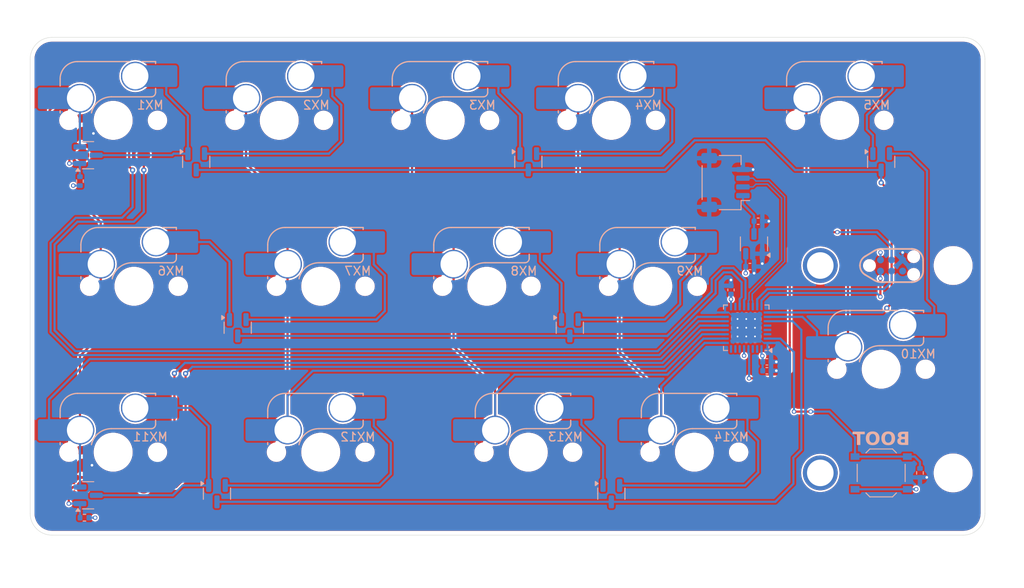
<source format=kicad_pcb>
(kicad_pcb (version 20240108) (generator "pcbnew") (generator_version "8.0")
  (layers (0 "F.Cu" signal) (1 "In1.Cu" signal) (2 "In2.Cu" signal) (31 "B.Cu" signal) (34 "B.Paste" user) (35 "F.Paste" user) (36 "B.SilkS" user "B.Silkscreen") (37 "F.SilkS" user "F.Silkscreen") (38 "B.Mask" user) (39 "F.Mask" user) (44 "Edge.Cuts" user))
  (net 0 "")
  (net 1 "Net-(D202-K-Pad2)")
  (net 2 "Net-(D202-K-Pad1)")
  (net 3 "Net-(D203-K-Pad2)")
  (net 4 "Net-(D203-K-Pad1)")
  (net 5 "Net-(D205-K-Pad1)")
  (net 6 "Net-(D205-K-Pad2)")
  (net 7 "Net-(D206-K-Pad1)")
  (net 8 "Net-(D206-K-Pad2)")
  (net 9 "Net-(D207-K-Pad2)")
  (net 10 "Net-(D207-K-Pad1)")
  (net 17 "/ROW0")
  (net 21 "GND")
  (net 22 "+3.3V")
  (net 23 "Net-(Q201-D)")
  (net 24 "Net-(Q202-D)")
  (net 25 "/SWDIO")
  (net 26 "/SWCLK")
  (net 27 "/~{RST}")
  (net 29 "Net-(Q201-G)")
  (net 30 "Net-(Q202-G)")
  (net 31 "/DP")
  (net 32 "VBUS")
  (net 33 "/ROW2")
  (net 34 "/DN")
  (net 35 "Net-(D201-K-Pad2)")
  (net 36 "Net-(D204-K-Pad2)")
  (net 37 "/COL4")
  (net 38 "/ROW1")
  (net 39 "/ENC1A")
  (net 40 "/ENC1B")
  (net 41 "/COL0")
  (net 42 "/ENC2B")
  (net 43 "/ENC2A")
  (net 44 "/COL1")
  (net 45 "/COL2")
  (net 46 "/COL3")
  (net 47 "Net-(U102-PH3)")
  (footprint "PCM_marbastlib-various:ROT_SKYLOONG_HS-Switch" (layer "F.Cu") (at 65.484375 73.81875)
    (property "Reference" "SW201" (hide yes))
    (property "Value" "ROT_SKYLOONG_HS")
  )
  (footprint "PCM_marbastlib-mx:STAB_MX_P_ISO" (layer "F.Cu") (at 153.590625 102.39375)
    (property "Reference" "STAB10" (hide yes))
    (property "Value" "Stab_None")
  )
  (footprint "PCM_marbastlib-various:ROT_SKYLOONG_HS-Switch" (layer "F.Cu") (at 65.484375 111.91875)
    (property "Reference" "SW202" (hide yes))
    (property "Value" "ROT_SKYLOONG_HS")
  )
  (footprint "Resistor_SMD:R_0402_1005Metric" (layer "B.Cu") (at 158.04 114.3 90)
    (property "Reference" "R101" (hide yes))
    (property "Value" "100k")
  )
  (footprint "PCM_marbastlib-mx:SW_MX_HS_CPG151101S11_1.5u" (layer "B.Cu") (at 89.296875 111.91875 180)
    (property "Reference" "MX12")
    (property "Value" "Key_None")
  )
  (footprint "PCM_marbastlib-mx:SW_MX_HS_CPG151101S11_1u" (layer "B.Cu") (at 65.484375 111.91875 180)
    (property "Reference" "MX11")
    (property "Value" "Key_None")
  )
  (footprint "Resistor_SMD:R_0402_1005Metric" (layer "B.Cu") (at 62.19 119.44)
    (property "Reference" "R202" (hide yes))
    (property "Value" "100k")
  )
  (footprint "Connector_JST:JST_SH_SM04B-SRSS-TB_1x04-1MP_P1.00mm_Horizontal" (layer "B.Cu") (at 135.73125 80.9625 90)
    (property "Reference" "J101" (hide yes))
    (property "Value" "Conn_01x04_MountingPin")
  )
  (footprint "PCM_marbastlib-mx:SW_MX_HS_CPG151101S11_1u" (layer "B.Cu") (at 103.584375 73.81875 180)
    (property "Reference" "MX3")
    (property "Value" "Key_None")
  )
  (footprint "Package_TO_SOT_SMD:SOT-23" (layer "B.Cu") (at 75.009375 78.58125 -90)
    (property "Reference" "D201" (hide yes))
    (property "Value" "D_Dual")
  )
  (footprint "Capacitor_SMD:C_0402_1005Metric" (layer "B.Cu") (at 139.48 85.4)
    (property "Reference" "C104" (hide yes))
    (property "Value" "1uF")
  )
  (footprint "PCM_marbastlib-mx:SW_MX_HS_CPG151101S11_1u" (layer "B.Cu") (at 153.590625 102.39375 180)
    (property "Reference" "MX10")
    (property "Value" "Key_None")
  )
  (footprint "PCM_marbastlib-mx:SW_MX_HS_CPG151101S11_1u" (layer "B.Cu") (at 113.109375 111.91875 180)
    (property "Reference" "MX13")
    (property "Value" "Key_None")
  )
  (footprint "Button_Switch_SMD:SW_Push_1P1T_XKB_TS-1187A" (layer "B.Cu") (at 153.590625 114.3 180)
    (property "Reference" "SW101" (hide yes))
    (property "Value" "SW_Push")
  )
  (footprint "Package_TO_SOT_SMD:SOT-23" (layer "B.Cu") (at 117.871875 97.63125 -90)
    (property "Reference" "D206" (hide yes))
    (property "Value" "D_Dual")
  )
  (footprint "Package_DFN_QFN:QFN-32-1EP_5x5mm_P0.5mm_EP3.45x3.45mm_ThermalVias" (layer "B.Cu") (at 138.1125 97.63125 90)
    (property "Reference" "U102" (hide yes))
    (property "Value" "STM32L432KBUx")
  )
  (footprint "PCM_marbastlib-mx:SW_MX_HS_CPG151101S11_1u" (layer "B.Cu") (at 89.296875 92.86875 180)
    (property "Reference" "MX7")
    (property "Value" "Key_None")
  )
  (footprint "Package_TO_SOT_SMD:SOT-23" (layer "B.Cu") (at 153.590625 78.58125 -90)
    (property "Reference" "D207" (hide yes))
    (property "Value" "D_Dual")
  )
  (footprint "Package_TO_SOT_SMD:SOT-23" (layer "B.Cu") (at 62.6075 116.87)
    (property "Reference" "Q202" (hide yes))
    (property "Value" "PMOS")
  )
  (footprint "Capacitor_SMD:C_0402_1005Metric" (layer "B.Cu") (at 140.48 102.566875)
    (property "Reference" "C102" (hide yes))
    (property "Value" "100nF")
  )
  (footprint "PCM_marbastlib-mx:SW_MX_HS_CPG151101S11_1u" (layer "B.Cu") (at 127.396875 92.86875 180)
    (property "Reference" "MX9")
    (property "Value" "Key_None")
  )
  (footprint "Package_TO_SOT_SMD:SOT-23" (layer "B.Cu") (at 113.109375 78.58125 -90)
    (property "Reference" "D202" (hide yes))
    (property "Value" "D_Dual")
  )
  (footprint "Package_TO_SOT_SMD:SOT-23-3" (layer "B.Cu") (at 139 88 90)
    (property "Reference" "U103" (hide yes))
    (property "Value" "XC6206PxxxMR")
  )
  (footprint "Capacitor_SMD:C_0402_1005Metric" (layer "B.Cu") (at 136.36 93.29 90)
    (property "Reference" "C103" (hide yes))
    (property "Value" "100nF")
  )
  (footprint "Package_TO_SOT_SMD:SOT-23" (layer "B.Cu") (at 77.390625 116.68125 -90)
    (property "Reference" "D204" (hide yes))
    (property "Value" "D_Dual")
  )
  (footprint "PCM_marbastlib-mx:SW_MX_HS_CPG151101S11_1u" (layer "B.Cu") (at 65.484375 73.81875 180)
    (property "Reference" "MX1")
    (property "Value" "Key_None")
  )
  (footprint "PCM_marbastlib-mx:SW_MX_HS_CPG151101S11_1u" (layer "B.Cu") (at 122.634375 73.81875 180)
    (property "Reference" "MX4")
    (property "Value" "Key_None")
  )
  (footprint "PCM_marbastlib-mx:SW_MX_HS_CPG151101S11_1u" (layer "B.Cu") (at 108.346875 92.86875 180)
    (property "Reference" "MX8")
    (property "Value" "Key_None")
  )
  (footprint "Capacitor_SMD:C_0402_1005Metric" (layer "B.Cu") (at 138.53 90.6)
    (property "Reference" "C105" (hide yes))
    (property "Value" "1uF")
  )
  (footprint "PCM_marbastlib-various:CON_TC2030_outlined" (layer "B.Cu") (at 154.78125 90.4875)
    (property "Reference" "J102" (hide yes))
    (property "Value" "TC2030_SWD" (hide yes))
  )
  (footprint "Resistor_SMD:R_0402_1005Metric" (layer "B.Cu") (at 61.67 80.8 -90)
    (property "Reference" "R201" (hide yes))
    (property "Value" "100k")
  )
  (footprint "PCM_marbastlib-mx:SW_MX_HS_CPG151101S11_1.25u" (layer "B.Cu") (at 67.865625 92.86875 180)
    (property "Reference" "MX6")
    (property "Value" "Key_None")
  )
  (footprint "PCM_marbastlib-mx:SW_MX_HS_CPG151101S11_1.75u" (layer "B.Cu") (at 148.828125 73.81875 180)
    (property "Reference" "MX5")
    (property "Value" "Key_None")
  )
  (footprint "PCM_marbastlib-mx:SW_MX_HS_CPG151101S11_1u" (layer "B.Cu") (at 132.159375 111.91875 180)
    (property "Reference" "MX14")
    (property "Value" "Key_None")
  )
  (footprint "Capacitor_SMD:C_0402_1005Metric" (layer "B.Cu") (at 140.48 101.546875)
    (property "Reference" "C101" (hide yes))
    (property "Value" "4.7uF")
  )
  (footprint "Package_TO_SOT_SMD:SOT-23" (layer "B.Cu") (at 79.771875 97.63125 -90)
    (property "Reference" "D203" (hide yes))
    (property "Value" "D_Dual")
  )
  (footprint "Package_TO_SOT_SMD:SOT-23" (layer "B.Cu") (at 62.6 77.82)
    (property "Reference" "Q201" (hide yes))
    (property "Value" "PMOS")
  )
  (footprint "Package_TO_SOT_SMD:SOT-23" (layer "B.Cu") (at 122.634375 116.68125 -90)
    (property "Reference" "D205" (hide yes))
    (property "Value" "D_Dual")
  )
  (footprint "PCM_marbastlib-mx:SW_MX_HS_CPG151101S11_1u" (layer "B.Cu") (at 84.534375 73.81875 180)
    (property "Reference" "MX2")
    (property "Value" "Key_None")
  )
  (gr_line (start 55.959375 118.94375) (end 55.959375 66.79375) (stroke (width 0.05)) (layer "Edge.Cuts"))
  (gr_arc (start 165.496875 118.94375) (mid 164.764658 120.71154) (end 162.996875 121.44375) (stroke (width 0.05)) (layer "Edge.Cuts"))
  (gr_line (start 165.496875 66.79375) (end 165.496875 118.94375) (stroke (width 0.05)) (layer "Edge.Cuts"))
  (gr_line (start 58.459375 64.29375) (end 162.996875 64.29375) (stroke (width 0.05)) (layer "Edge.Cuts"))
  (gr_line (start 162.996875 121.44375) (end 58.459375 121.44375) (stroke (width 0.05)) (layer "Edge.Cuts"))
  (gr_arc (start 58.459375 121.44375) (mid 56.691608 120.711517) (end 55.959375 118.94375) (stroke (width 0.05)) (layer "Edge.Cuts"))
  (gr_arc (start 55.959375 66.79375) (mid 56.691589 65.025942) (end 58.459375 64.29375) (stroke (width 0.05)) (layer "Edge.Cuts"))
  (gr_arc (start 162.996875 64.29375) (mid 164.764642 65.025983) (end 165.496875 66.79375) (stroke (width 0.05)) (layer "Edge.Cuts"))
  (gr_text "BOOT" (at 153.59 110.47 0) (layer "B.SilkS") (effects (font (size 1.5 1.5) (thickness 0.3) (bold yes)) (justify mirror)))
  (segment (start 129.62 72.52) (end 128.724375 71.624375) (width 0.25) (layer "B.Cu") (net 1))
  (segment (start 114.059375 77.64375) (end 128.24625 77.64375) (width 0.25) (layer "B.Cu") (net 1))
  (segment (start 128.724375 71.624375) (end 128.724375 68.73875) (width 0.25) (layer "B.Cu") (net 1))
  (segment (start 129.62 76.27) (end 129.62 72.52) (width 0.25) (layer "B.Cu") (net 1))
  (segment (start 128.24625 77.64375) (end 129.62 76.27) (width 0.25) (layer "B.Cu") (net 1))
  (segment (start 112.159375 73.189375) (end 112.159375 77.64375) (width 0.25) (layer "B.Cu") (net 2))
  (segment (start 109.674375 70.704375) (end 112.159375 73.189375) (width 0.25) (layer "B.Cu") (net 2))
  (segment (start 109.674375 68.73875) (end 109.674375 70.704375) (width 0.25) (layer "B.Cu") (net 2))
  (segment (start 95.66625 96.69375) (end 96.65 95.71) (width 0.25) (layer "B.Cu") (net 3))
  (segment (start 95.386875 90.366875) (end 95.386875 87.78875) (width 0.25) (layer "B.Cu") (net 3))
  (segment (start 96.65 91.63) (end 95.386875 90.366875) (width 0.25) (layer "B.Cu") (net 3))
  (segment (start 80.721875 96.69375) (end 95.66625 96.69375) (width 0.25) (layer "B.Cu") (net 3))
  (segment (start 96.65 95.71) (end 96.65 91.63) (width 0.25) (layer "B.Cu") (net 3))
  (segment (start 76.55875 87.78875) (end 78.821875 90.051875) (width 0.25) (layer "B.Cu") (net 4))
  (segment (start 73.955625 87.78875) (end 76.55875 87.78875) (width 0.25) (layer "B.Cu") (net 4))
  (segment (start 78.821875 90.051875) (end 78.821875 96.69375) (width 0.25) (layer "B.Cu") (net 4))
  (segment (start 121.684375 111.234375) (end 121.684375 115.74375) (width 0.25) (layer "B.Cu") (net 5))
  (segment (start 119.199375 108.749375) (end 121.684375 111.234375) (width 0.25) (layer "B.Cu") (net 5))
  (segment (start 119.199375 106.83875) (end 119.199375 108.749375) (width 0.25) (layer "B.Cu") (net 5))
  (segment (start 137.96625 115.74375) (end 139.48 114.23) (width 0.25) (layer "B.Cu") (net 6))
  (segment (start 138.249375 109.389375) (end 138.249375 106.83875) (width 0.25) (layer "B.Cu") (net 6))
  (segment (start 139.48 110.62) (end 138.249375 109.389375) (width 0.25) (layer "B.Cu") (net 6))
  (segment (start 139.48 114.23) (end 139.48 110.62) (width 0.25) (layer "B.Cu") (net 6))
  (segment (start 123.584375 115.74375) (end 137.96625 115.74375) (width 0.25) (layer "B.Cu") (net 6))
  (segment (start 114.436875 87.78875) (end 114.436875 90.036875) (width 0.25) (layer "B.Cu") (net 7))
  (segment (start 116.921875 92.521875) (end 116.921875 96.69375) (width 0.25) (layer "B.Cu") (net 7))
  (segment (start 114.436875 90.036875) (end 116.921875 92.521875) (width 0.25) (layer "B.Cu") (net 7))
  (segment (start 128.76625 96.69375) (end 130.53 94.93) (width 0.25) (layer "B.Cu") (net 8))
  (segment (start 133.486875 89.333125) (end 133.486875 87.78875) (width 0.25) (layer "B.Cu") (net 8))
  (segment (start 118.821875 96.69375) (end 128.76625 96.69375) (width 0.25) (layer "B.Cu") (net 8))
  (segment (start 130.53 92.29) (end 133.486875 89.333125) (width 0.25) (layer "B.Cu") (net 8))
  (segment (start 130.53 94.93) (end 130.53 92.29) (width 0.25) (layer "B.Cu") (net 8))
  (segment (start 158.85 79.61) (end 156.88375 77.64375) (width 0.25) (layer "B.Cu") (net 9))
  (segment (start 159.680625 97.31375) (end 159.680625 95.190625) (width 0.25) (layer "B.Cu") (net 9))
  (segment (start 156.88375 77.64375) (end 154.540625 77.64375) (width 0.25) (layer "B.Cu") (net 9))
  (segment (start 158.85 94.36) (end 158.85 79.61) (width 0.25) (layer "B.Cu") (net 9))
  (segment (start 159.680625 95.190625) (end 158.85 94.36) (width 0.25) (layer "B.Cu") (net 9))
  (segment (start 152.640625 75.550625) (end 152.640625 77.64375) (width 0.25) (layer "B.Cu") (net 10))
  (segment (start 151.95 74.86) (end 152.640625 75.550625) (width 0.25) (layer "B.Cu") (net 10))
  (segment (start 154.918125 70.241875) (end 151.95 73.21) (width 0.25) (layer "B.Cu") (net 10))
  (segment (start 154.918125 68.73875) (end 154.918125 70.241875) (width 0.25) (layer "B.Cu") (net 10))
  (segment (start 151.95 73.21) (end 151.95 74.86) (width 0.25) (layer "B.Cu") (net 10))
  (segment (start 154.24 95.38) (end 154.79 94.83) (width 0.25) (layer "F.Cu") (net 17))
  (segment (start 154.79 82.18) (end 153.59 80.98) (width 0.25) (layer "F.Cu") (net 17))
  (segment (start 154.79 94.83) (end 154.79 82.18) (width 0.25) (layer "F.Cu") (net 17))
  (via (at 154.24 95.38) (size 0.6) (drill 0.3) (layers "F.Cu" "B.Cu") (net 17))
  (via (at 153.59 80.98) (size 0.6) (drill 0.3) (layers "F.Cu" "B.Cu") (net 17))
  (segment (start 128.78125 79.51875) (end 113.109375 79.51875) (width 0.25) (layer "B.Cu") (net 17))
  (segment (start 140.55 95.88125) (end 153.73875 95.88125) (width 0.25) (layer "B.Cu") (net 17))
  (segment (start 132.19 76.11) (end 128.78125 79.51875) (width 0.25) (layer "B.Cu") (net 17))
  (segment (start 153.73875 95.88125) (end 154.24 95.38) (width 0.25) (layer "B.Cu") (net 17))
  (segment (start 113.109375 79.51875) (end 75.009375 79.51875) (width 0.25) (layer "B.Cu") (net 17))
  (segment (start 143.71875 79.51875) (end 140.31 76.11) (width 0.25) (layer "B.Cu") (net 17))
  (segment (start 153.590625 80.979375) (end 153.59 80.98) (width 0.25) (layer "B.Cu") (net 17))
  (segment (start 153.590625 79.51875) (end 143.71875 79.51875) (width 0.25) (layer "B.Cu") (net 17))
  (segment (start 153.590625 79.51875) (end 153.590625 80.979375) (width 0.25) (layer "B.Cu") (net 17))
  (segment (start 140.31 76.11) (end 132.19 76.11) (width 0.25) (layer "B.Cu") (net 17))
  (segment (start 61.984375 75.31875) (end 63.21875 75.31875) (width 0.25) (layer "F.Cu") (net 21))
  (segment (start 61.984375 113.41875) (end 63.04875 113.41875) (width 0.25) (layer "F.Cu") (net 21))
  (segment (start 63.21875 75.31875) (end 63.22 75.32) (width 0.25) (layer "F.Cu") (net 21))
  (segment (start 63.04875 113.41875) (end 63.05 113.42) (width 0.25) (layer "F.Cu") (net 21))
  (via (at 140.7 85.4) (size 0.5) (drill 0.3) (layers "F.Cu" "B.Cu") (net 21))
  (via (at 136.36 92.15) (size 0.5) (drill 0.3) (layers "F.Cu" "B.Cu") (net 21))
  (via (at 141.56 101.546875) (size 0.5) (drill 0.3) (layers "F.Cu" "B.Cu") (net 21))
  (via (at 158.82 114.81) (size 0.5) (drill 0.3) (layers "F.Cu" "B.Cu") (net 21))
  (via (at 156.05 88.99) (size 0.5) (drill 0.3) (layers "F.Cu" "B.Cu") (net 21))
  (via (at 141.56 102.566875) (size 0.5) (drill 0.3) (layers "F.Cu" "B.Cu") (net 21))
  (via (at 139.01 91.37) (size 0.5) (drill 0.3) (layers "F.Cu" "B.Cu") (net 21))
  (via (at 63.22 75.32) (size 0.5) (drill 0.3) (layers "F.Cu" "B.Cu") (net 21))
  (via (at 139.95 90.27) (size 0.5) (drill 0.3) (layers "F.Cu" "B.Cu") (net 21))
  (via (at 138.9 79.47) (size 0.5) (drill 0.3) (layers "F.Cu" "B.Cu") (net 21))
  (via (at 63.05 113.42) (size 0.5) (drill 0.3) (layers "F.Cu" "B.Cu") (net 21))
  (segment (start 139.95 89.1375) (end 139.95 90.27) (width 0.25) (layer "B.Cu") (net 21))
  (segment (start 140.112501 99.38125) (end 138.362501 97.63125) (width 0.127) (layer "B.Cu") (net 21))
  (segment (start 140.55 99.38125) (end 140.112501 99.38125) (width 0.127) (layer "B.Cu") (net 21))
  (segment (start 138.362501 97.63125) (end 138.1125 97.63125) (width 0.127) (layer "B.Cu") (net 21))
  (segment (start 136.112499 95.88125) (end 137.862499 97.63125) (width 0.127) (layer "B.Cu") (net 21))
  (segment (start 140.96 102.566875) (end 141.56 102.566875) (width 0.25) (layer "B.Cu") (net 21))
  (segment (start 138.8925 79.4625) (end 138.9 79.47) (width 0.25) (layer "B.Cu") (net 21))
  (segment (start 156.05125 89.8525) (end 156.05125 88.99125) (width 0.25) (layer "B.Cu") (net 21))
  (segment (start 139.96 85.4) (end 140.7 85.4) (width 0.25) (layer "B.Cu") (net 21))
  (segment (start 136.36 92.81) (end 136.36 92.15) (width 0.25) (layer "B.Cu") (net 21))
  (segment (start 137.862499 97.63125) (end 138.1125 97.63125) (width 0.127) (layer "B.Cu") (net 21))
  (segment (start 140.96 101.546875) (end 141.56 101.546875) (width 0.25) (layer "B.Cu") (net 21))
  (segment (start 135.675 95.88125) (end 136.112499 95.88125) (width 0.127) (layer "B.Cu") (net 21))
  (segment (start 139.01 90.6) (end 139.01 91.37) (width 0.25) (layer "B.Cu") (net 21))
  (segment (start 137.73125 79.4625) (end 138.8925 79.4625) (width 0.25) (layer "B.Cu") (net 21))
  (segment (start 158.04 114.81) (end 158.82 114.81) (width 0.25) (layer "B.Cu") (net 21))
  (segment (start 156.05125 88.99125) (end 156.05 88.99) (width 0.25) (layer "B.Cu") (net 21))
  (via (at 137.86 100.84) (size 0.5) (drill 0.3) (layers "F.Cu" "B.Cu") (net 22))
  (via (at 60.9 81.31) (size 0.5) (drill 0.3) (layers "F.Cu" "B.Cu") (net 22))
  (via (at 157.61 116.17) (size 0.5) (drill 0.3) (layers "F.Cu" "B.Cu") (net 22))
  (via (at 136.36 94.36) (size 0.5) (drill 0.3) (layers "F.Cu" "B.Cu") (net 22))
  (via (at 63.42 119.44) (size 0.5) (drill 0.3) (layers "F.Cu" "B.Cu") (net 22))
  (via (at 139.965 100.865) (size 0.5) (drill 0.3) (layers "F.Cu" "B.Cu") (net 22))
  (via (at 138.05 91.37) (size 0.5) (drill 0.3) (layers "F.Cu" "B.Cu") (net 22))
  (via (at 153.51 88.99) (size 0.5) (drill 0.3) (layers "F.Cu" "B.Cu") (net 22))
  (segment (start 137.8625 100.8375) (end 137.86 100.84) (width 0.25) (layer "B.Cu") (net 22))
  (segment (start 157.605 116.175) (end 157.61 116.17) (width 0.25) (layer "B.Cu") (net 22))
  (segment (start 138.05 90.6) (end 138.05 91.37) (width 0.25) (layer "B.Cu") (net 22))
  (segment (start 139.8625 100.7625) (end 139.8625 100.06875) (width 0.25) (layer "B.Cu") (net 22))
  (segment (start 139.965 100.865) (end 139.99 100.89) (width 0.25) (layer "B.Cu") (net 22))
  (segment (start 136.3625 95.19375) (end 136.3625 94.3625) (width 0.25) (layer "B.Cu") (net 22))
  (segment (start 153.51125 88.99125) (end 153.51 88.99) (width 0.25) (layer "B.Cu") (net 22))
  (segment (start 140 102.566875) (end 140 102.46) (width 0.25) (layer "B.Cu") (net 22))
  (segment (start 136.3625 94.3625) (end 136.36 94.36) (width 0.25) (layer "B.Cu") (net 22))
  (segment (start 139.99 100.89) (end 139.99 102.556875) (width 0.25) (layer "B.Cu") (net 22))
  (segment (start 150.590625 116.175) (end 156.590625 116.175) (width 0.25) (layer "B.Cu") (net 22))
  (segment (start 139.965 100.865) (end 139.8625 100.7625) (width 0.25) (layer "B.Cu") (net 22))
  (segment (start 153.51125 89.8525) (end 153.51125 88.99125) (width 0.25) (layer "B.Cu") (net 22))
  (segment (start 156.590625 116.175) (end 157.605 116.175) (width 0.25) (layer "B.Cu") (net 22))
  (segment (start 137.8625 100.06875) (end 137.8625 100.8375) (width 0.25) (layer "B.Cu") (net 22))
  (segment (start 136.36 94.36) (end 136.36 93.77) (width 0.25) (layer "B.Cu") (net 22))
  (segment (start 139.99 102.556875) (end 140 102.566875) (width 0.25) (layer "B.Cu") (net 22))
  (segment (start 138.05 89.1375) (end 138.05 90.6) (width 0.25) (layer "B.Cu") (net 22))
  (segment (start 61.67 81.31) (end 60.9 81.31) (width 0.25) (layer "B.Cu") (net 22))
  (segment (start 63.42 119.44) (end 62.7 119.44) (width 0.25) (layer "B.Cu") (net 22))
  (segment (start 74.059375 73.299375) (end 74.059375 77.64375) (width 0.25) (layer "B.Cu") (net 23))
  (segment (start 63.5375 77.82) (end 72.25 77.82) (width 0.25) (layer "B.Cu") (net 23))
  (segment (start 72.42625 77.64375) (end 74.059375 77.64375) (width 0.25) (layer "B.Cu") (net 23))
  (segment (start 71.574375 68.73875) (end 71.574375 70.814375) (width 0.25) (layer "B.Cu") (net 23))
  (segment (start 72.25 77.82) (end 72.42625 77.64375) (width 0.25) (layer "B.Cu") (net 23))
  (segment (start 71.574375 70.814375) (end 74.059375 73.299375) (width 0.25) (layer "B.Cu") (net 23))
  (segment (start 76.440625 108.920625) (end 76.440625 115.74375) (width 0.25) (layer "B.Cu") (net 24))
  (segment (start 73.44625 115.74375) (end 76.440625 115.74375) (width 0.25) (layer "B.Cu") (net 24))
  (segment (start 72.32 116.87) (end 73.44625 115.74375) (width 0.25) (layer "B.Cu") (net 24))
  (segment (start 71.574375 106.83875) (end 74.35875 106.83875) (width 0.25) (layer "B.Cu") (net 24))
  (segment (start 63.545 116.87) (end 72.32 116.87) (width 0.25) (layer "B.Cu") (net 24))
  (segment (start 74.35875 106.83875) (end 76.440625 108.920625) (width 0.25) (layer "B.Cu") (net 24))
  (segment (start 153.5 94.07) (end 153.5 91.98) (width 0.25) (layer "F.Cu") (net 25))
  (via (at 153.5 91.98) (size 0.5) (drill 0.3) (layers "F.Cu" "B.Cu") (net 25))
  (via (at 153.5 94.07) (size 0.5) (drill 0.3) (layers "F.Cu" "B.Cu") (net 25))
  (segment (start 153.5 91.98) (end 153.51 91.97) (width 0.25) (layer "B.Cu") (net 25))
  (segment (start 139.8625 94.4975) (end 140.01 94.35) (width 0.25) (layer "B.Cu") (net 25))
  (segment (start 140.72 93.64) (end 141.97 93.64) (width 0.25) (layer "B.Cu") (net 25))
  (segment (start 139.8625 95.19375) (end 139.8625 94.4975) (width 0.25) (layer "B.Cu") (net 25))
  (segment (start 140.01 94.35) (end 140.72 93.64) (width 0.25) (layer "B.Cu") (net 25))
  (segment (start 153.07 93.64) (end 153.5 94.07) (width 0.25) (layer "B.Cu") (net 25))
  (segment (start 153.51 91.12375) (end 153.51125 91.1225) (width 0.25) (layer "B.Cu") (net 25))
  (segment (start 141.97 93.64) (end 153.07 93.64) (width 0.25) (layer "B.Cu") (net 25))
  (segment (start 153.51 91.97) (end 153.51 91.12375) (width 0.25) (layer "B.Cu") (net 25))
  (segment (start 139.3625 95.19375) (end 139.3625 94.3575) (width 0.25) (layer "B.Cu") (net 26))
  (segment (start 139.3625 94.3575) (end 140.53 93.19) (width 0.25) (layer "B.Cu") (net 26))
  (segment (start 154.78125 92.32875) (end 154.78125 91.1225) (width 0.25) (layer "B.Cu") (net 26))
  (segment (start 140.53 93.19) (end 153.92 93.19) (width 0.25) (layer "B.Cu") (net 26))
  (segment (start 153.92 93.19) (end 154.78125 92.32875) (width 0.25) (layer "B.Cu") (net 26))
  (segment (start 143.1 88.51) (end 144.63 86.98) (width 0.25) (layer "F.Cu") (net 27))
  (segment (start 143.1 99.3) (end 143.1 88.51) (width 0.25) (layer "F.Cu") (net 27))
  (segment (start 142.61 103.06) (end 143.1 102.57) (width 0.25) (layer "F.Cu") (net 27))
  (segment (start 138.43 103.44) (end 142.23 103.44) (width 0.25) (layer "F.Cu") (net 27))
  (segment (start 143.1 102.57) (end 143.1 99.3) (width 0.25) (layer "F.Cu") (net 27))
  (segment (start 144.63 86.98) (end 144.95 86.66) (width 0.25) (layer "F.Cu") (net 27))
  (segment (start 142.23 103.44) (end 142.61 103.06) (width 0.25) (layer "F.Cu") (net 27))
  (segment (start 144.95 86.66) (end 148.56 86.66) (width 0.25) (layer "F.Cu") (net 27))
  (via (at 138.43 103.44) (size 0.5) (drill 0.3) (layers "F.Cu" "B.Cu") (net 27))
  (via (at 148.56 86.66) (size 0.5) (drill 0.3) (layers "F.Cu" "B.Cu") (net 27))
  (segment (start 138.44 100.606827) (end 138.44 101.95) (width 0.25) (layer "B.Cu") (net 27))
  (segment (start 154.78125 88.33125) (end 154.78125 89.8525) (width 0.25) (layer "B.Cu") (net 27))
  (segment (start 138.3625 100.06875) (end 138.3625 100.529327) (width 0.25) (layer "B.Cu") (net 27))
  (segment (start 138.3625 100.529327) (end 138.44 100.606827) (width 0.25) (layer "B.Cu") (net 27))
  (segment (start 138.44 101.95) (end 138.44 103.43) (width 0.25) (layer "B.Cu") (net 27))
  (segment (start 148.56 86.66) (end 153.11 86.66) (width 0.25) (layer "B.Cu") (net 27))
  (segment (start 138.44 103.43) (end 138.43 103.44) (width 0.25) (layer "B.Cu") (net 27))
  (segment (start 153.11 86.66) (end 154.78125 88.33125) (width 0.25) (layer "B.Cu") (net 27))
  (segment (start 60.46 78.77) (end 60.46 78.3) (width 0.25) (layer "F.Cu") (net 29))
  (segment (start 60.46 78.3) (end 60.94125 77.81875) (width 0.25) (layer "F.Cu") (net 29))
  (segment (start 60.94125 77.81875) (end 61.984375 77.81875) (width 0.25) (layer "F.Cu") (net 29))
  (via (at 60.46 78.77) (size 0.5) (drill 0.3) (layers "F.Cu" "B.Cu") (net 29))
  (segment (start 61.6625 78.77) (end 61.6625 80.2825) (width 0.25) (layer "B.Cu") (net 29))
  (segment (start 61.6625 80.2825) (end 61.67 80.29) (width 0.25) (layer "B.Cu") (net 29))
  (segment (start 61.6625 78.77) (end 60.46 78.77) (width 0.25) (layer "B.Cu") (net 29))
  (segment (start 60.39 116.4) (end 60.87125 115.91875) (width 0.25) (layer "F.Cu") (net 30))
  (segment (start 60.39 117.82) (end 60.39 116.4) (width 0.25) (layer "F.Cu") (net 30))
  (segment (start 60.87125 115.91875) (end 61.984375 115.91875) (width 0.25) (layer "F.Cu") (net 30))
  (via (at 60.39 117.82) (size 0.5) (drill 0.3) (layers "F.Cu" "B.Cu") (net 30))
  (segment (start 61.67 117.82) (end 60.39 117.82) (width 0.25) (layer "B.Cu") (net 30))
  (segment (start 61.68 119.44) (end 61.68 117.83) (width 0.25) (layer "B.Cu") (net 30))
  (segment (start 61.68 117.83) (end 61.67 117.82) (width 0.25) (layer "B.Cu") (net 30))
  (segment (start 140.69677 80.7832) (end 139.214451 80.7832) (width 0.1554) (layer "B.Cu") (net 31))
  (segment (start 138.8625 94.537499) (end 138.7918 94.466799) (width 0.1554) (layer "B.Cu") (net 31))
  (segment (start 139.214451 80.7832) (end 138.893751 80.4625) (width 0.1554) (layer "B.Cu") (net 31))
  (segment (start 138.7918 93.76177) (end 142.5193 90.03427) (width 0.1554) (layer "B.Cu") (net 31))
  (segment (start 138.893751 80.4625) (end 137.73125 80.4625) (width 0.1554) (layer "B.Cu") (net 31))
  (segment (start 142.5193 90.03427) (end 142.5193 82.60573) (width 0.1554) (layer "B.Cu") (net 31))
  (segment (start 138.7918 94.466799) (end 138.7918 93.76177) (width 0.1554) (layer "B.Cu") (net 31))
  (segment (start 142.5193 82.60573) (end 140.69677 80.7832) (width 0.1554) (layer "B.Cu") (net 31))
  (segment (start 138.8625 95.19375) (end 138.8625 94.537499) (width 0.1554) (layer "B.Cu") (net 31))
  (segment (start 139 86.8625) (end 139 85.4) (width 0.25) (layer "B.Cu") (net 32))
  (segment (start 137.73125 82.4625) (end 137.73125 83.43125) (width 0.25) (layer "B.Cu") (net 32))
  (segment (start 137.73125 83.43125) (end 139 84.7) (width 0.25) (layer "B.Cu") (net 32))
  (segment (start 139 84.7) (end 139 85.4) (width 0.25) (layer "B.Cu") (net 32))
  (segment (start 144.43 97.88) (end 144.43 111.66) (width 0.25) (layer "B.Cu") (net 33))
  (segment (start 143.43125 96.88125) (end 144.43 97.88) (width 0.25) (layer "B.Cu") (net 33))
  (segment (start 77.390625 117.61875) (end 122.634375 117.61875) (width 0.25) (layer "B.Cu") (net 33))
  (segment (start 141.44125 117.61875) (end 122.634375 117.61875) (width 0.25) (layer "B.Cu") (net 33))
  (segment (start 143.52 115.54) (end 141.44125 117.61875) (width 0.25) (layer "B.Cu") (net 33))
  (segment (start 144.43 111.66) (end 143.52 112.57) (width 0.25) (layer "B.Cu") (net 33))
  (segment (start 143.52 112.57) (end 143.52 115.54) (width 0.25) (layer "B.Cu") (net 33))
  (segment (start 140.55 96.88125) (end 143.43125 96.88125) (width 0.25) (layer "B.Cu") (net 33))
  (segment (start 142.1607 82.75427) (end 140.54823 81.1418) (width 0.1554) (layer "B.Cu") (net 34))
  (segment (start 138.4332 93.61323) (end 142.1607 89.88573) (width 0.1554) (layer "B.Cu") (net 34))
  (segment (start 138.4332 94.466799) (end 138.4332 93.61323) (width 0.1554) (layer "B.Cu") (net 34))
  (segment (start 142.1607 89.88573) (end 142.1607 82.75427) (width 0.1554) (layer "B.Cu") (net 34))
  (segment (start 140.54823 81.1418) (end 139.214451 81.1418) (width 0.1554) (layer "B.Cu") (net 34))
  (segment (start 139.214451 81.1418) (end 138.893751 81.4625) (width 0.1554) (layer "B.Cu") (net 34))
  (segment (start 138.3625 95.19375) (end 138.3625 94.537499) (width 0.1554) (layer "B.Cu") (net 34))
  (segment (start 138.3625 94.537499) (end 138.4332 94.466799) (width 0.1554) (layer "B.Cu") (net 34))
  (segment (start 138.893751 81.4625) (end 137.73125 81.4625) (width 0.1554) (layer "B.Cu") (net 34))
  (segment (start 90.624375 68.73875) (end 90.624375 71.034375) (width 0.25) (layer "B.Cu") (net 35))
  (segment (start 91.65 72.06) (end 91.65 76.22) (width 0.25) (layer "B.Cu") (net 35))
  (segment (start 90.624375 71.034375) (end 91.65 72.06) (width 0.25) (layer "B.Cu") (net 35))
  (segment (start 90.22625 77.64375) (end 75.959375 77.64375) (width 0.25) (layer "B.Cu") (net 35))
  (segment (start 91.65 76.22) (end 90.22625 77.64375) (width 0.25) (layer "B.Cu") (net 35))
  (segment (start 96.02625 115.74375) (end 97.34 114.43) (width 0.25) (layer "B.Cu") (net 36))
  (segment (start 78.340625 115.74375) (end 96.02625 115.74375) (width 0.25) (layer "B.Cu") (net 36))
  (segment (start 97.34 110.89) (end 95.386875 108.936875) (width 0.25) (layer "B.Cu") (net 36))
  (segment (start 95.386875 108.936875) (end 95.386875 106.83875) (width 0.25) (layer "B.Cu") (net 36))
  (segment (start 97.34 114.43) (end 97.34 110.89) (width 0.25) (layer "B.Cu") (net 36))
  (segment (start 145.018125 71.27875) (end 145.018125 80.808125) (width 0.25) (layer "F.Cu") (net 37))
  (segment (start 145.018125 80.808125) (end 149.780625 85.570625) (width 0.25) (layer "F.Cu") (net 37))
  (segment (start 149.780625 85.570625) (end 149.780625 99.85375) (width 0.25) (layer "F.Cu") (net 37))
  (segment (start 144.55125 96.38125) (end 146.230625 98.060625) (width 0.25) (layer "B.Cu") (net 37))
  (segment (start 140.55 96.38125) (end 144.55125 96.38125) (width 0.25) (layer "B.Cu") (net 37))
  (segment (start 146.230625 98.060625) (end 146.230625 99.85375) (width 0.25) (layer "B.Cu") (net 37))
  (segment (start 137.8625 95.19375) (end 137.8625 94.463469) (width 0.25) (layer "B.Cu") (net 38))
  (segment (start 138.0273 94.298669) (end 138.0273 92.1673) (width 0.25) (layer "B.Cu") (net 38))
  (segment (start 136.64 90.78) (end 135.4 90.78) (width 0.25) (layer "B.Cu") (net 38))
  (segment (start 129.06125 98.56875) (end 117.871875 98.56875) (width 0.25) (layer "B.Cu") (net 38))
  (segment (start 134.15 93.48) (end 129.06125 98.56875) (width 0.25) (layer "B.Cu") (net 38))
  (segment (start 134.15 92.03) (end 134.15 93.48) (width 0.25) (layer "B.Cu") (net 38))
  (segment (start 138.0273 92.1673) (end 136.64 90.78) (width 0.25) (layer "B.Cu") (net 38))
  (segment (start 135.4 90.78) (end 134.15 92.03) (width 0.25) (layer "B.Cu") (net 38))
  (segment (start 137.8625 94.463469) (end 138.0273 94.298669) (width 0.25) (layer "B.Cu") (net 38))
  (segment (start 117.871875 98.56875) (end 79.771875 98.56875) (width 0.25) (layer "B.Cu") (net 38))
  (segment (start 69 77.834375) (end 68.984375 77.81875) (width 0.25) (layer "F.Cu") (net 39))
  (segment (start 69 79.53) (end 69 77.834375) (width 0.25) (layer "F.Cu") (net 39))
  (via (at 69 79.53) (size 0.6) (drill 0.3) (layers "F.Cu" "B.Cu") (net 39))
  (segment (start 67.86 85.46) (end 69 84.32) (width 0.25) (layer "B.Cu") (net 39))
  (segment (start 134.6 93.666396) (end 127.946396 100.32) (width 0.25) (layer "B.Cu") (net 39))
  (segment (start 60.77 86.07) (end 61.38 85.46) (width 0.25) (layer "B.Cu") (net 39))
  (segment (start 135.536396 91.28) (end 134.6 92.216396) (width 0.25) (layer "B.Cu") (net 39))
  (segment (start 137.5773 92.4173) (end 136.44 91.28) (width 0.25) (layer "B.Cu") (net 39))
  (segment (start 127.946396 100.32) (end 117.83 100.32) (width 0.25) (layer "B.Cu") (net 39))
  (segment (start 137.3625 94.327073) (end 137.5773 94.112273) (width 0.25) (layer "B.Cu") (net 39))
  (segment (start 67.46 85.46) (end 67.86 85.46) (width 0.25) (layer "B.Cu") (net 39))
  (segment (start 58.76 88.08) (end 60.77 86.07) (width 0.25) (layer "B.Cu") (net 39))
  (segment (start 58.76 97.93) (end 58.76 90.2) (width 0.25) (layer "B.Cu") (net 39))
  (segment (start 61.15 100.32) (end 60.66 99.83) (width 0.25) (layer "B.Cu") (net 39))
  (segment (start 136.44 91.28) (end 135.536396 91.28) (width 0.25) (layer "B.Cu") (net 39))
  (segment (start 58.76 90.2) (end 58.76 88.08) (width 0.25) (layer "B.Cu") (net 39))
  (segment (start 117.83 100.32) (end 61.15 100.32) (width 0.25) (layer "B.Cu") (net 39))
  (segment (start 61.38 85.46) (end 67.46 85.46) (width 0.25) (layer "B.Cu") (net 39))
  (segment (start 137.5773 94.112273) (end 137.5773 92.4173) (width 0.25) (layer "B.Cu") (net 39))
  (segment (start 137.3625 95.19375) (end 137.3625 94.327073) (width 0.25) (layer "B.Cu") (net 39))
  (segment (start 60.66 99.83) (end 58.76 97.93) (width 0.25) (layer "B.Cu") (net 39))
  (segment (start 134.6 92.216396) (end 134.6 93.666396) (width 0.25) (layer "B.Cu") (net 39))
  (segment (start 69 84.32) (end 69 79.53) (width 0.25) (layer "B.Cu") (net 39))
  (segment (start 67.32 76.04) (end 68.04125 75.31875) (width 0.25) (layer "F.Cu") (net 40))
  (segment (start 67.32 79.14) (end 67.32 76.04) (width 0.25) (layer "F.Cu") (net 40))
  (segment (start 68.04125 75.31875) (end 68.984375 75.31875) (width 0.25) (layer "F.Cu") (net 40))
  (segment (start 67.71 79.53) (end 67.32 79.14) (width 0.25) (layer "F.Cu") (net 40))
  (via (at 67.71 79.53) (size 0.6) (drill 0.3) (layers "F.Cu" "B.Cu") (net 40))
  (segment (start 131.576396 97.326396) (end 128.132792 100.77) (width 0.25) (layer "B.Cu") (net 40))
  (segment (start 58.31 97.1) (end 58.31 87.893604) (width 0.25) (layer "B.Cu") (net 40))
  (segment (start 61.193604 85.01) (end 61.93 85.01) (width 0.25) (layer "B.Cu") (net 40))
  (segment (start 128.132792 100.77) (end 117.25 100.77) (width 0.25) (layer "B.Cu") (net 40))
  (segment (start 60.963604 100.77) (end 58.31 98.116396) (width 0.25) (layer "B.Cu") (net 40))
  (segment (start 67.58 83.93) (end 67.71 83.8) (width 0.25) (layer "B.Cu") (net 40))
  (segment (start 58.31 98.116396) (end 58.31 97.1) (width 0.25) (layer "B.Cu") (net 40))
  (segment (start 67.71 83.8) (end 67.71 79.53) (width 0.25) (layer "B.Cu") (net 40))
  (segment (start 117.25 100.77) (end 60.963604 100.77) (width 0.25) (layer "B.Cu") (net 40))
  (segment (start 135.675 96.38125) (end 132.521542 96.38125) (width 0.25) (layer "B.Cu") (net 40))
  (segment (start 58.31 87.893604) (end 61.193604 85.01) (width 0.25) (layer "B.Cu") (net 40))
  (segment (start 66.5 85.01) (end 67.58 83.93) (width 0.25) (layer "B.Cu") (net 40))
  (segment (start 61.93 85.01) (end 66.5 85.01) (width 0.25) (layer "B.Cu") (net 40))
  (segment (start 132.521542 96.38125) (end 131.576396 97.326396) (width 0.25) (layer "B.Cu") (net 40))
  (segment (start 59.57125 71.27875) (end 58.2 72.65) (width 0.25) (layer "F.Cu") (net 41))
  (segment (start 58.2 72.65) (end 58.2 79.67) (width 0.25) (layer "F.Cu") (net 41))
  (segment (start 64.055625 90.32875) (end 64.055625 98.494375) (width 0.25) (layer "F.Cu") (net 41))
  (segment (start 64.055625 98.494375) (end 61.674375 100.875625) (width 0.25) (layer "F.Cu") (net 41))
  (segment (start 61.674375 71.27875) (end 59.57125 71.27875) (width 0.25) (layer "F.Cu") (net 41))
  (segment (start 61.674375 100.875625) (end 61.674375 109.37875) (width 0.25) (layer "F.Cu") (net 41))
  (segment (start 64.055625 85.525625) (end 64.055625 90.32875) (width 0.25) (layer "F.Cu") (net 41))
  (segment (start 58.2 79.67) (end 64.055625 85.525625) (width 0.25) (layer "F.Cu") (net 41))
  (segment (start 61.674375 109.37875) (end 61.674375 115.915625) (width 0.25) (layer "B.Cu") (net 41))
  (segment (start 61.674375 115.915625) (end 61.67 115.92) (width 0.25) (layer "B.Cu") (net 41))
  (segment (start 128.319188 101.22) (end 62.78 101.22) (width 0.25) (layer "B.Cu") (net 41))
  (segment (start 61.6625 71.290625) (end 61.674375 71.27875) (width 0.25) (layer "B.Cu") (net 41))
  (segment (start 61.6625 76.87) (end 61.6625 71.290625) (width 0.25) (layer "B.Cu") (net 41))
  (segment (start 58.124375 105.875625) (end 58.124375 109.37875) (width 0.25) (layer "B.Cu") (net 41))
  (segment (start 62.78 101.22) (end 58.124375 105.875625) (width 0.25) (layer "B.Cu") (net 41))
  (segment (start 132.657938 96.88125) (end 128.319188 101.22) (width 0.25) (layer "B.Cu") (net 41))
  (segment (start 135.675 96.88125) (end 132.657938 96.88125) (width 0.25) (layer "B.Cu") (net 41))
  (segment (start 72.51 102.87) (end 72.51 112.56) (width 0.25) (layer "F.Cu") (net 42))
  (segment (start 72.51 112.56) (end 71.65125 113.41875) (width 0.25) (layer "F.Cu") (net 42))
  (segment (start 71.65125 113.41875) (end 68.984375 113.41875) (width 0.25) (layer "F.Cu") (net 42))
  (via (at 72.51 102.87) (size 0.6) (drill 0.3) (layers "F.Cu" "B.Cu") (net 42))
  (segment (start 128.505584 101.67) (end 125.36 101.67) (width 0.25) (layer "B.Cu") (net 42))
  (segment (start 73.71 101.67) (end 72.51 102.87) (width 0.25) (layer "B.Cu") (net 42))
  (segment (start 79.62 101.67) (end 73.71 101.67) (width 0.25) (layer "B.Cu") (net 42))
  (segment (start 131.642792 98.532792) (end 128.505584 101.67) (width 0.25) (layer "B.Cu") (net 42))
  (segment (start 125.36 101.67) (end 79.62 101.67) (width 0.25) (layer "B.Cu") (net 42))
  (segment (start 132.794334 97.38125) (end 131.642792 98.532792) (width 0.25) (layer "B.Cu") (net 42))
  (segment (start 135.675 97.38125) (end 132.794334 97.38125) (width 0.25) (layer "B.Cu") (net 42))
  (segment (start 73.29 115.34) (end 73.79 114.84) (width 0.25) (layer "F.Cu") (net 43))
  (segment (start 73.79 114.84) (end 73.79 102.89) (width 0.25) (layer "F.Cu") (net 43))
  (segment (start 68.984375 115.91875) (end 72.71125 115.91875) (width 0.25) (layer "F.Cu") (net 43))
  (segment (start 72.71125 115.91875) (end 73.29 115.34) (width 0.25) (layer "F.Cu") (net 43))
  (via (at 73.79 102.89) (size 0.6) (drill 0.3) (layers "F.Cu" "B.Cu") (net 43))
  (segment (start 73.79 102.89) (end 74.56 102.12) (width 0.25) (layer "B.Cu") (net 43))
  (segment (start 132.93073 97.88125) (end 135.675 97.88125) (width 0.25) (layer "B.Cu") (net 43))
  (segment (start 74.56 102.12) (end 128.69198 102.12) (width 0.25) (layer "B.Cu") (net 43))
  (segment (start 128.69198 102.12) (end 132.93073 97.88125) (width 0.25) (layer "B.Cu") (net 43))
  (segment (start 80.724375 78.754375) (end 80.724375 71.27875) (width 0.25) (layer "F.Cu") (net 44))
  (segment (start 85.486875 83.516875) (end 80.724375 78.754375) (width 0.25) (layer "F.Cu") (net 44))
  (segment (start 85.486875 90.32875) (end 85.486875 83.516875) (width 0.25) (layer "F.Cu") (net 44))
  (segment (start 85.486875 109.37875) (end 85.486875 90.32875) (width 0.25) (layer "F.Cu") (net 44))
  (segment (start 135.675 98.38125) (end 135.67375 98.38) (width 0.25) (layer "B.Cu") (net 44))
  (segment (start 85.486875 105.463125) (end 85.486875 109.37875) (width 0.25) (layer "B.Cu") (net 44))
  (segment (start 135.67375 98.38) (end 133.068376 98.38) (width 0.25) (layer "B.Cu") (net 44))
  (segment (start 128.878376 102.57) (end 88.38 102.57) (width 0.25) (layer "B.Cu") (net 44))
  (segment (start 133.068376 98.38) (end 128.878376 102.57) (width 0.25) (layer "B.Cu") (net 44))
  (segment (start 88.38 102.57) (end 85.486875 105.463125) (width 0.25) (layer "B.Cu") (net 44))
  (segment (start 104.536875 99.786875) (end 109.299375 104.549375) (width 0.25) (layer "F.Cu") (net 45))
  (segment (start 99.774375 80.754375) (end 104.536875 85.516875) (width 0.25) (layer "F.Cu") (net 45))
  (segment (start 104.536875 90.32875) (end 104.536875 99.786875) (width 0.25) (layer "F.Cu") (net 45))
  (segment (start 99.774375 71.27875) (end 99.774375 80.754375) (width 0.25) (layer "F.Cu") (net 45))
  (segment (start 104.536875 85.516875) (end 104.536875 90.32875) (width 0.25) (layer "F.Cu") (net 45))
  (segment (start 109.299375 104.549375) (end 109.299375 109.37875) (width 0.25) (layer "F.Cu") (net 45))
  (segment (start 135.675 98.88125) (end 133.203522 98.88125) (width 0.25) (layer "B.Cu") (net 45))
  (segment (start 111.52 103.02) (end 109.299375 105.240625) (width 0.25) (layer "B.Cu") (net 45))
  (segment (start 129.064772 103.02) (end 111.52 103.02) (width 0.25) (layer "B.Cu") (net 45))
  (segment (start 133.203522 98.88125) (end 129.064772 103.02) (width 0.25) (layer "B.Cu") (net 45))
  (segment (start 109.299375 105.240625) (end 109.299375 109.37875) (width 0.25) (layer "B.Cu") (net 45))
  (segment (start 128.349375 105.249375) (end 123.586875 100.486875) (width 0.25) (layer "F.Cu") (net 46))
  (segment (start 118.824375 81.144375) (end 118.824375 71.27875) (width 0.25) (layer "F.Cu") (net 46))
  (segment (start 123.586875 100.486875) (end 123.586875 90.32875) (width 0.25) (layer "F.Cu") (net 46))
  (segment (start 123.586875 90.32875) (end 123.586875 85.906875) (width 0.25) (layer "F.Cu") (net 46))
  (segment (start 123.586875 85.906875) (end 118.824375 81.144375) (width 0.25) (layer "F.Cu") (net 46))
  (segment (start 128.349375 109.37875) (end 128.349375 105.249375) (width 0.25) (layer "F.Cu") (net 46))
  (segment (start 133.339918 99.38125) (end 128.349375 104.371793) (width 0.25) (layer "B.Cu") (net 46))
  (segment (start 135.675 99.38125) (end 133.339918 99.38125) (width 0.25) (layer "B.Cu") (net 46))
  (segment (start 128.349375 104.371793) (end 128.349375 109.37875) (width 0.25) (layer "B.Cu") (net 46))
  (segment (start 145.5 107.26) (end 143.59 107.26) (width 0.25) (layer "F.Cu") (net 47))
  (via (at 143.59 107.26) (size 0.5) (drill 0.3) (layers "F.Cu" "B.Cu") (net 47))
  (via (at 145.5 107.26) (size 0.5) (drill 0.3) (layers "F.Cu" "B.Cu") (net 47))
  (segment (start 158.04 113.04) (end 157.425 112.425) (width 0.25) (layer "B.Cu") (net 47))
  (segment (start 149.65 109.26) (end 147.65 107.26) (width 0.25) (layer "B.Cu") (net 47))
  (segment (start 150.590625 110.200625) (end 149.65 109.26) (width 0.25) (layer "B.Cu") (net 47))
  (segment (start 147.65 107.26) (end 145.5 107.26) (width 0.25) (layer "B.Cu") (net 47))
  (segment (start 150.590625 112.425) (end 156.590625 112.425) (width 0.25) (layer "B.Cu") (net 47))
  (segment (start 142.04125 98.88125) (end 140.55 98.88125) (width 0.25) (layer "B.Cu") (net 47))
  (segment (start 150.590625 112.425) (end 150.590625 110.200625) (width 0.25) (layer "B.Cu") (net 47))
  (segment (start 158.04 113.79) (end 158.04 113.04) (width 0.25) (layer "B.Cu") (net 47))
  (segment (start 157.425 112.425) (end 156.590625 112.425) (width 0.25) (layer "B.Cu") (net 47))
  (segment (start 143.59 107.26) (end 143.59 100.43) (width 0.25) (layer "B.Cu") (net 47))
  (segment (start 143.59 100.43) (end 142.04125 98.88125) (width 0.25) (layer "B.Cu") (net 47))
  (zone (net 21) (net_name "GND") (layers "F.Cu" "In2.Cu" "B.Cu") (connect_pads (clearance 0.127)) (min_thickness 0.25) (fill yes (thermal_gap 0.5) (thermal_bridge_width 0.5))
    (polygon (pts (xy 55 62.5) (xy 167.5 62.5) (xy 167.5 125) (xy 55 125)))
  )
)
</source>
